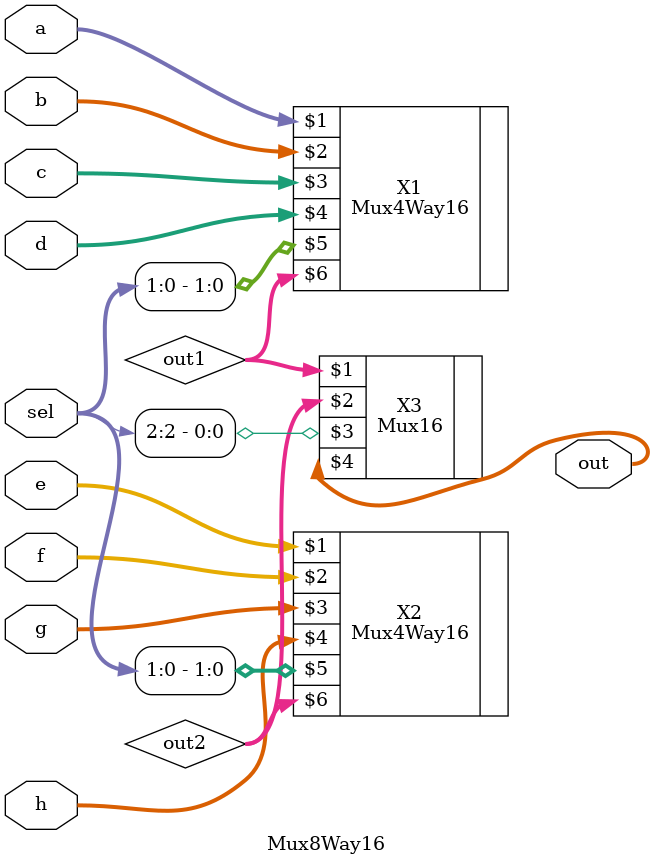
<source format=v>
`timescale 1ns / 1ps
module Mux8Way16(input [15:0] a,b,c,d,e,f,g,h,
    input [2:0] sel,
    output [15:0] out);
    wire [15:0] out1,out2;
    Mux4Way16 X1(a,b,c,d,sel[1:0],out1);
    Mux4Way16 X2(e,f,g,h,sel[1:0],out2);
    Mux16 X3(out1,out2,sel[2],out);
endmodule
</source>
